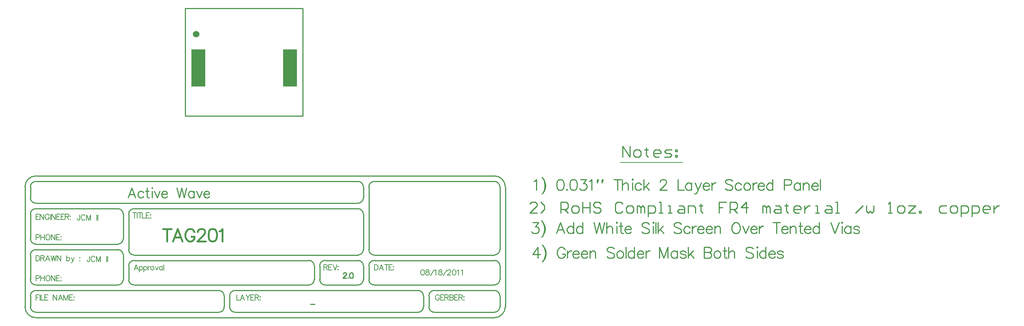
<source format=gbp>
%FSLAX25Y25*%
%MOIN*%
G70*
G01*
G75*
G04 Layer_Color=128*
%ADD10R,0.03000X0.03000*%
%ADD11C,0.05000*%
%ADD12R,0.01550X0.05000*%
G04:AMPARAMS|DCode=13|XSize=39.37mil|YSize=9.84mil|CornerRadius=2.46mil|HoleSize=0mil|Usage=FLASHONLY|Rotation=0.000|XOffset=0mil|YOffset=0mil|HoleType=Round|Shape=RoundedRectangle|*
%AMROUNDEDRECTD13*
21,1,0.03937,0.00492,0,0,0.0*
21,1,0.03445,0.00984,0,0,0.0*
1,1,0.00492,0.01722,-0.00246*
1,1,0.00492,-0.01722,-0.00246*
1,1,0.00492,-0.01722,0.00246*
1,1,0.00492,0.01722,0.00246*
%
%ADD13ROUNDEDRECTD13*%
G04:AMPARAMS|DCode=14|XSize=39.37mil|YSize=9.84mil|CornerRadius=2.46mil|HoleSize=0mil|Usage=FLASHONLY|Rotation=90.000|XOffset=0mil|YOffset=0mil|HoleType=Round|Shape=RoundedRectangle|*
%AMROUNDEDRECTD14*
21,1,0.03937,0.00492,0,0,90.0*
21,1,0.03445,0.00984,0,0,90.0*
1,1,0.00492,0.00246,0.01722*
1,1,0.00492,0.00246,-0.01722*
1,1,0.00492,-0.00246,-0.01722*
1,1,0.00492,-0.00246,0.01722*
%
%ADD14ROUNDEDRECTD14*%
G04:AMPARAMS|DCode=15|XSize=25.59mil|YSize=9.84mil|CornerRadius=0mil|HoleSize=0mil|Usage=FLASHONLY|Rotation=90.000|XOffset=0mil|YOffset=0mil|HoleType=Round|Shape=Octagon|*
%AMOCTAGOND15*
4,1,8,0.00246,0.01280,-0.00246,0.01280,-0.00492,0.01034,-0.00492,-0.01034,-0.00246,-0.01280,0.00246,-0.01280,0.00492,-0.01034,0.00492,0.01034,0.00246,0.01280,0.0*
%
%ADD15OCTAGOND15*%

G04:AMPARAMS|DCode=16|XSize=25.59mil|YSize=9.84mil|CornerRadius=0mil|HoleSize=0mil|Usage=FLASHONLY|Rotation=180.000|XOffset=0mil|YOffset=0mil|HoleType=Round|Shape=Octagon|*
%AMOCTAGOND16*
4,1,8,-0.01280,0.00246,-0.01280,-0.00246,-0.01034,-0.00492,0.01034,-0.00492,0.01280,-0.00246,0.01280,0.00246,0.01034,0.00492,-0.01034,0.00492,-0.01280,0.00246,0.0*
%
%ADD16OCTAGOND16*%

%ADD17C,0.01000*%
%ADD18C,0.00800*%
%ADD19C,0.01200*%
%ADD20C,0.02000*%
%ADD21C,0.00500*%
%ADD22C,0.01500*%
%ADD23C,0.00900*%
%ADD24C,0.05200*%
%ADD25R,0.04000X0.06200*%
%ADD26O,0.04000X0.06200*%
%ADD27C,0.05500*%
%ADD28C,0.02600*%
%ADD29R,0.13000X0.34000*%
%ADD30C,0.06000*%
%ADD31C,0.07000*%
%ADD32R,0.03800X0.03800*%
%ADD33C,0.05800*%
%ADD34R,0.01850X0.05300*%
G04:AMPARAMS|DCode=35|XSize=43.37mil|YSize=13.84mil|CornerRadius=4.46mil|HoleSize=0mil|Usage=FLASHONLY|Rotation=0.000|XOffset=0mil|YOffset=0mil|HoleType=Round|Shape=RoundedRectangle|*
%AMROUNDEDRECTD35*
21,1,0.04337,0.00492,0,0,0.0*
21,1,0.03445,0.01384,0,0,0.0*
1,1,0.00892,0.01722,-0.00246*
1,1,0.00892,-0.01722,-0.00246*
1,1,0.00892,-0.01722,0.00246*
1,1,0.00892,0.01722,0.00246*
%
%ADD35ROUNDEDRECTD35*%
G04:AMPARAMS|DCode=36|XSize=43.37mil|YSize=13.84mil|CornerRadius=4.46mil|HoleSize=0mil|Usage=FLASHONLY|Rotation=90.000|XOffset=0mil|YOffset=0mil|HoleType=Round|Shape=RoundedRectangle|*
%AMROUNDEDRECTD36*
21,1,0.04337,0.00492,0,0,90.0*
21,1,0.03445,0.01384,0,0,90.0*
1,1,0.00892,0.00246,0.01722*
1,1,0.00892,0.00246,-0.01722*
1,1,0.00892,-0.00246,-0.01722*
1,1,0.00892,-0.00246,0.01722*
%
%ADD36ROUNDEDRECTD36*%
G04:AMPARAMS|DCode=37|XSize=29.19mil|YSize=13.44mil|CornerRadius=0mil|HoleSize=0mil|Usage=FLASHONLY|Rotation=90.000|XOffset=0mil|YOffset=0mil|HoleType=Round|Shape=Octagon|*
%AMOCTAGOND37*
4,1,8,0.00336,0.01460,-0.00336,0.01460,-0.00672,0.01124,-0.00672,-0.01124,-0.00336,-0.01460,0.00336,-0.01460,0.00672,-0.01124,0.00672,0.01124,0.00336,0.01460,0.0*
%
%ADD37OCTAGOND37*%

G04:AMPARAMS|DCode=38|XSize=29.19mil|YSize=13.44mil|CornerRadius=0mil|HoleSize=0mil|Usage=FLASHONLY|Rotation=180.000|XOffset=0mil|YOffset=0mil|HoleType=Round|Shape=Octagon|*
%AMOCTAGOND38*
4,1,8,-0.01460,0.00336,-0.01460,-0.00336,-0.01124,-0.00672,0.01124,-0.00672,0.01460,-0.00336,0.01460,0.00336,0.01124,0.00672,-0.01124,0.00672,-0.01460,0.00336,0.0*
%
%ADD38OCTAGOND38*%

%ADD39R,0.04400X0.06600*%
%ADD40O,0.04400X0.06600*%
%ADD41C,0.06300*%
%ADD42C,0.08000*%
%ADD43R,0.13800X0.34800*%
D17*
X0Y98803D02*
X107753D01*
Y-100D02*
Y98803D01*
X114695Y-172498D02*
X118632D01*
X0Y-100D02*
Y98800D01*
Y-100D02*
X107753D01*
X288306Y-137340D02*
G03*
X283406Y-132440I-4900J0D01*
G01*
X173240Y-132514D02*
G03*
X168240Y-137514I0J-5000D01*
G01*
X283306Y-127440D02*
G03*
X288306Y-122440I0J5000D01*
G01*
X168240Y-122514D02*
G03*
X173240Y-127514I5000J0D01*
G01*
X-136760Y-55014D02*
G03*
X-146760Y-65014I0J-10000D01*
G01*
Y-174914D02*
G03*
X-136837Y-185012I10100J0D01*
G01*
X293238Y-64957D02*
G03*
X283238Y-54957I-10000J0D01*
G01*
X288238Y-64857D02*
G03*
X283167Y-59960I-4900J0D01*
G01*
X283306Y-154940D02*
G03*
X288306Y-149940I0J5000D01*
G01*
X288240Y-164927D02*
G03*
X283240Y-160013I-5000J-87D01*
G01*
X158240Y-155014D02*
G03*
X163240Y-150014I0J5000D01*
G01*
X168240Y-150114D02*
G03*
X173225Y-155013I4900J0D01*
G01*
X163240Y-137414D02*
G03*
X158340Y-132514I-4900J0D01*
G01*
X-141760Y-175014D02*
G03*
X-136848Y-180013I5000J0D01*
G01*
X158327Y-127514D02*
G03*
X163241Y-122514I-87J5000D01*
G01*
X-136760Y-160014D02*
G03*
X-141760Y-165014I0J-5000D01*
G01*
X163240Y-90014D02*
G03*
X158240Y-85014I-5000J0D01*
G01*
Y-80014D02*
G03*
X163240Y-75014I0J5000D01*
G01*
X173240Y-60014D02*
G03*
X168240Y-65014I0J-5000D01*
G01*
X163240Y-65014D02*
G03*
X158240Y-60014I-5000J0D01*
G01*
X-136760Y-60014D02*
G03*
X-141760Y-65014I0J-5000D01*
G01*
Y-75014D02*
G03*
X-136760Y-80014I5000J0D01*
G01*
Y-85014D02*
G03*
X-141760Y-90014I0J-5000D01*
G01*
Y-112514D02*
G03*
X-136760Y-117514I5000J0D01*
G01*
Y-122514D02*
G03*
X-141760Y-127514I0J-5000D01*
G01*
X-141760Y-150014D02*
G03*
X-136848Y-155013I5000J0D01*
G01*
X-46760Y-85014D02*
G03*
X-51760Y-90014I0J-5000D01*
G01*
X-46760Y-132514D02*
G03*
X-51760Y-137514I0J-5000D01*
G01*
X128040Y-132514D02*
G03*
X123246Y-137565I0J-4800D01*
G01*
X123240Y-149914D02*
G03*
X128251Y-155013I5100J0D01*
G01*
X113340Y-155014D02*
G03*
X118239Y-150029I0J4900D01*
G01*
X118240Y-137414D02*
G03*
X113340Y-132514I-4900J0D01*
G01*
X-61660Y-155014D02*
G03*
X-56760Y-150114I0J4900D01*
G01*
X-51760D02*
G03*
X-46860Y-155014I4900J0D01*
G01*
X-51760Y-122614D02*
G03*
X-46860Y-127514I4900J0D01*
G01*
X-56760Y-127414D02*
G03*
X-61831Y-122517I-4900J0D01*
G01*
X-61560Y-117514D02*
G03*
X-56760Y-112714I0J4800D01*
G01*
Y-89914D02*
G03*
X-61660Y-85014I-4900J0D01*
G01*
X228240Y-160014D02*
G03*
X223240Y-165014I0J-5000D01*
G01*
Y-175114D02*
G03*
X228225Y-180013I4900J0D01*
G01*
X213356Y-180014D02*
G03*
X218238Y-175047I84J4800D01*
G01*
X218240Y-165014D02*
G03*
X213240Y-160014I-5000J0D01*
G01*
X40740Y-175014D02*
G03*
X45652Y-180013I5000J0D01*
G01*
X45740Y-160014D02*
G03*
X40740Y-165014I0J-5000D01*
G01*
X30856Y-180014D02*
G03*
X35738Y-175047I84J4800D01*
G01*
X35740Y-165014D02*
G03*
X30740Y-160014I-5000J0D01*
G01*
X283240Y-180014D02*
G03*
X288240Y-175014I0J5000D01*
G01*
X283240Y-185014D02*
G03*
X293240Y-175014I0J10000D01*
G01*
X45740Y-180014D02*
X213240D01*
X-136760Y-180014D02*
X30740D01*
X-136760Y-160014D02*
X30740D01*
X45740D02*
X213240D01*
X228240Y-180014D02*
X283240D01*
X228240Y-160014D02*
X283240D01*
X-136760Y-60014D02*
X158240D01*
X-136760Y-185014D02*
X283240D01*
X-136760Y-155014D02*
X-61760D01*
X-136760Y-122514D02*
X-61760D01*
X-136760Y-117514D02*
X-61760D01*
X-136760Y-85014D02*
X-61760D01*
X-136760Y-80014D02*
X158240D01*
X-46760Y-85014D02*
X158240D01*
X-46760Y-132514D02*
X113240D01*
X-46760Y-155014D02*
X113240D01*
X128240D02*
X158240D01*
X128240Y-132514D02*
X158240D01*
X173240Y-155014D02*
X283240D01*
X173240Y-60014D02*
X283240D01*
X-46760Y-127514D02*
X158240D01*
X173240D02*
X283240D01*
X173240Y-132514D02*
X283240D01*
X35740Y-175014D02*
Y-165014D01*
X40740Y-175014D02*
Y-165014D01*
X218240Y-175014D02*
Y-165014D01*
X223240Y-175014D02*
Y-165014D01*
X293240Y-175014D02*
Y-65014D01*
X-141760Y-150014D02*
Y-127514D01*
X-56760Y-150014D02*
Y-127514D01*
X-141760Y-112514D02*
Y-90014D01*
X-56760Y-112514D02*
Y-90014D01*
X-141760Y-75014D02*
Y-65014D01*
X163240Y-75014D02*
Y-65014D01*
Y-122514D02*
Y-90014D01*
X-51760Y-122514D02*
Y-90014D01*
X118240Y-150014D02*
Y-137514D01*
X-51760Y-150014D02*
Y-137514D01*
X123240Y-150014D02*
Y-137514D01*
X163240Y-150014D02*
Y-137514D01*
X-141760Y-175014D02*
Y-165014D01*
X-146760Y-175014D02*
Y-65014D01*
X168240Y-122514D02*
Y-65014D01*
X288240Y-122514D02*
Y-65014D01*
X168240Y-150014D02*
Y-137514D01*
X288306Y-149940D02*
Y-137340D01*
X-136760Y-55014D02*
X283240D01*
X288240Y-175014D02*
Y-165014D01*
X323027Y-120328D02*
X318266Y-126993D01*
X325408D01*
X323027Y-120328D02*
Y-130326D01*
X327169Y-118424D02*
X328121Y-119376D01*
X329073Y-120804D01*
X330026Y-122709D01*
X330502Y-125089D01*
Y-126993D01*
X330026Y-129374D01*
X329073Y-131278D01*
X328121Y-132706D01*
X327169Y-133659D01*
X328121Y-119376D02*
X329073Y-121280D01*
X329549Y-122709D01*
X330026Y-125089D01*
Y-126993D01*
X329549Y-129374D01*
X329073Y-130802D01*
X328121Y-132706D01*
X347926Y-122709D02*
X347450Y-121756D01*
X346498Y-120804D01*
X345546Y-120328D01*
X343642D01*
X342689Y-120804D01*
X341737Y-121756D01*
X341261Y-122709D01*
X340785Y-124137D01*
Y-126517D01*
X341261Y-127945D01*
X341737Y-128898D01*
X342689Y-129850D01*
X343642Y-130326D01*
X345546D01*
X346498Y-129850D01*
X347450Y-128898D01*
X347926Y-127945D01*
Y-126517D01*
X345546D02*
X347926D01*
X350212Y-123661D02*
Y-130326D01*
Y-126517D02*
X350688Y-125089D01*
X351640Y-124137D01*
X352592Y-123661D01*
X354020D01*
X354925Y-126517D02*
X360638D01*
Y-125565D01*
X360162Y-124613D01*
X359686Y-124137D01*
X358734Y-123661D01*
X357305D01*
X356353Y-124137D01*
X355401Y-125089D01*
X354925Y-126517D01*
Y-127470D01*
X355401Y-128898D01*
X356353Y-129850D01*
X357305Y-130326D01*
X358734D01*
X359686Y-129850D01*
X360638Y-128898D01*
X362780Y-126517D02*
X368494D01*
Y-125565D01*
X368017Y-124613D01*
X367541Y-124137D01*
X366589Y-123661D01*
X365161D01*
X364209Y-124137D01*
X363257Y-125089D01*
X362780Y-126517D01*
Y-127470D01*
X363257Y-128898D01*
X364209Y-129850D01*
X365161Y-130326D01*
X366589D01*
X367541Y-129850D01*
X368494Y-128898D01*
X370636Y-123661D02*
Y-130326D01*
Y-125565D02*
X372064Y-124137D01*
X373016Y-123661D01*
X374445D01*
X375397Y-124137D01*
X375873Y-125565D01*
Y-130326D01*
X393012Y-121756D02*
X392060Y-120804D01*
X390632Y-120328D01*
X388727D01*
X387299Y-120804D01*
X386347Y-121756D01*
Y-122709D01*
X386823Y-123661D01*
X387299Y-124137D01*
X388251Y-124613D01*
X391108Y-125565D01*
X392060Y-126041D01*
X392536Y-126517D01*
X393012Y-127470D01*
Y-128898D01*
X392060Y-129850D01*
X390632Y-130326D01*
X388727D01*
X387299Y-129850D01*
X386347Y-128898D01*
X397630Y-123661D02*
X396678Y-124137D01*
X395726Y-125089D01*
X395250Y-126517D01*
Y-127470D01*
X395726Y-128898D01*
X396678Y-129850D01*
X397630Y-130326D01*
X399058D01*
X400010Y-129850D01*
X400963Y-128898D01*
X401439Y-127470D01*
Y-126517D01*
X400963Y-125089D01*
X400010Y-124137D01*
X399058Y-123661D01*
X397630D01*
X403629Y-120328D02*
Y-130326D01*
X411437Y-120328D02*
Y-130326D01*
Y-125089D02*
X410485Y-124137D01*
X409532Y-123661D01*
X408104D01*
X407152Y-124137D01*
X406200Y-125089D01*
X405724Y-126517D01*
Y-127470D01*
X406200Y-128898D01*
X407152Y-129850D01*
X408104Y-130326D01*
X409532D01*
X410485Y-129850D01*
X411437Y-128898D01*
X414103Y-126517D02*
X419816D01*
Y-125565D01*
X419340Y-124613D01*
X418864Y-124137D01*
X417911Y-123661D01*
X416483D01*
X415531Y-124137D01*
X414579Y-125089D01*
X414103Y-126517D01*
Y-127470D01*
X414579Y-128898D01*
X415531Y-129850D01*
X416483Y-130326D01*
X417911D01*
X418864Y-129850D01*
X419816Y-128898D01*
X421958Y-123661D02*
Y-130326D01*
Y-126517D02*
X422434Y-125089D01*
X423386Y-124137D01*
X424339Y-123661D01*
X425767D01*
X434527Y-120328D02*
Y-130326D01*
Y-120328D02*
X438336Y-130326D01*
X442144Y-120328D02*
X438336Y-130326D01*
X442144Y-120328D02*
Y-130326D01*
X450714Y-123661D02*
Y-130326D01*
Y-125089D02*
X449762Y-124137D01*
X448810Y-123661D01*
X447381D01*
X446429Y-124137D01*
X445477Y-125089D01*
X445001Y-126517D01*
Y-127470D01*
X445477Y-128898D01*
X446429Y-129850D01*
X447381Y-130326D01*
X448810D01*
X449762Y-129850D01*
X450714Y-128898D01*
X458617Y-125089D02*
X458141Y-124137D01*
X456713Y-123661D01*
X455284D01*
X453856Y-124137D01*
X453380Y-125089D01*
X453856Y-126041D01*
X454808Y-126517D01*
X457189Y-126993D01*
X458141Y-127470D01*
X458617Y-128422D01*
Y-128898D01*
X458141Y-129850D01*
X456713Y-130326D01*
X455284D01*
X453856Y-129850D01*
X453380Y-128898D01*
X460712Y-120328D02*
Y-130326D01*
X465473Y-123661D02*
X460712Y-128422D01*
X462616Y-126517D02*
X465949Y-130326D01*
X475375Y-120328D02*
Y-130326D01*
Y-120328D02*
X479660D01*
X481088Y-120804D01*
X481565Y-121280D01*
X482041Y-122232D01*
Y-123185D01*
X481565Y-124137D01*
X481088Y-124613D01*
X479660Y-125089D01*
X475375D02*
X479660D01*
X481088Y-125565D01*
X481565Y-126041D01*
X482041Y-126993D01*
Y-128422D01*
X481565Y-129374D01*
X481088Y-129850D01*
X479660Y-130326D01*
X475375D01*
X486659Y-123661D02*
X485707Y-124137D01*
X484754Y-125089D01*
X484278Y-126517D01*
Y-127470D01*
X484754Y-128898D01*
X485707Y-129850D01*
X486659Y-130326D01*
X488087D01*
X489039Y-129850D01*
X489991Y-128898D01*
X490467Y-127470D01*
Y-126517D01*
X489991Y-125089D01*
X489039Y-124137D01*
X488087Y-123661D01*
X486659D01*
X494086Y-120328D02*
Y-128422D01*
X494562Y-129850D01*
X495514Y-130326D01*
X496466D01*
X492657Y-123661D02*
X495990D01*
X497894Y-120328D02*
Y-130326D01*
Y-125565D02*
X499323Y-124137D01*
X500275Y-123661D01*
X501703D01*
X502655Y-124137D01*
X503131Y-125565D01*
Y-130326D01*
X520270Y-121756D02*
X519318Y-120804D01*
X517890Y-120328D01*
X515986D01*
X514557Y-120804D01*
X513605Y-121756D01*
Y-122709D01*
X514081Y-123661D01*
X514557Y-124137D01*
X515510Y-124613D01*
X518366Y-125565D01*
X519318Y-126041D01*
X519794Y-126517D01*
X520270Y-127470D01*
Y-128898D01*
X519318Y-129850D01*
X517890Y-130326D01*
X515986D01*
X514557Y-129850D01*
X513605Y-128898D01*
X523460Y-120328D02*
X523936Y-120804D01*
X524412Y-120328D01*
X523936Y-119852D01*
X523460Y-120328D01*
X523936Y-123661D02*
Y-130326D01*
X531887Y-120328D02*
Y-130326D01*
Y-125089D02*
X530935Y-124137D01*
X529983Y-123661D01*
X528554D01*
X527602Y-124137D01*
X526650Y-125089D01*
X526174Y-126517D01*
Y-127470D01*
X526650Y-128898D01*
X527602Y-129850D01*
X528554Y-130326D01*
X529983D01*
X530935Y-129850D01*
X531887Y-128898D01*
X534553Y-126517D02*
X540266D01*
Y-125565D01*
X539790Y-124613D01*
X539314Y-124137D01*
X538362Y-123661D01*
X536934D01*
X535981Y-124137D01*
X535029Y-125089D01*
X534553Y-126517D01*
Y-127470D01*
X535029Y-128898D01*
X535981Y-129850D01*
X536934Y-130326D01*
X538362D01*
X539314Y-129850D01*
X540266Y-128898D01*
X547646Y-125089D02*
X547169Y-124137D01*
X545741Y-123661D01*
X544313D01*
X542885Y-124137D01*
X542409Y-125089D01*
X542885Y-126041D01*
X543837Y-126517D01*
X546217Y-126993D01*
X547169Y-127470D01*
X547646Y-128422D01*
Y-128898D01*
X547169Y-129850D01*
X545741Y-130326D01*
X544313D01*
X542885Y-129850D01*
X542409Y-128898D01*
X400874Y-37626D02*
Y-27629D01*
X407538Y-37626D01*
Y-27629D01*
X412537Y-37626D02*
X415869D01*
X417535Y-35960D01*
Y-32628D01*
X415869Y-30962D01*
X412537D01*
X410871Y-32628D01*
Y-35960D01*
X412537Y-37626D01*
X422533Y-29295D02*
Y-30962D01*
X420867D01*
X424199D01*
X422533D01*
Y-35960D01*
X424199Y-37626D01*
X434196D02*
X430864D01*
X429198Y-35960D01*
Y-32628D01*
X430864Y-30962D01*
X434196D01*
X435862Y-32628D01*
Y-34294D01*
X429198D01*
X439195Y-37626D02*
X444193D01*
X445859Y-35960D01*
X444193Y-34294D01*
X440861D01*
X439195Y-32628D01*
X440861Y-30962D01*
X445859D01*
X449192D02*
X450858D01*
Y-32628D01*
X449192D01*
Y-30962D01*
Y-35960D02*
X450858D01*
Y-37626D01*
X449192D01*
Y-35960D01*
X319372Y-60042D02*
X320324Y-59566D01*
X321753Y-58138D01*
Y-68135D01*
X326704Y-56233D02*
X327656Y-57185D01*
X328608Y-58614D01*
X329560Y-60518D01*
X330037Y-62898D01*
Y-64803D01*
X329560Y-67183D01*
X328608Y-69087D01*
X327656Y-70516D01*
X326704Y-71468D01*
X327656Y-57185D02*
X328608Y-59090D01*
X329084Y-60518D01*
X329560Y-62898D01*
Y-64803D01*
X329084Y-67183D01*
X328608Y-68611D01*
X327656Y-70516D01*
X343177Y-58138D02*
X341748Y-58614D01*
X340796Y-60042D01*
X340320Y-62422D01*
Y-63850D01*
X340796Y-66231D01*
X341748Y-67659D01*
X343177Y-68135D01*
X344129D01*
X345557Y-67659D01*
X346509Y-66231D01*
X346985Y-63850D01*
Y-62422D01*
X346509Y-60042D01*
X345557Y-58614D01*
X344129Y-58138D01*
X343177D01*
X349699Y-67183D02*
X349223Y-67659D01*
X349699Y-68135D01*
X350175Y-67659D01*
X349699Y-67183D01*
X355222Y-58138D02*
X353793Y-58614D01*
X352841Y-60042D01*
X352365Y-62422D01*
Y-63850D01*
X352841Y-66231D01*
X353793Y-67659D01*
X355222Y-68135D01*
X356174D01*
X357602Y-67659D01*
X358554Y-66231D01*
X359030Y-63850D01*
Y-62422D01*
X358554Y-60042D01*
X357602Y-58614D01*
X356174Y-58138D01*
X355222D01*
X362220D02*
X367457D01*
X364601Y-61946D01*
X366029D01*
X366981Y-62422D01*
X367457Y-62898D01*
X367933Y-64327D01*
Y-65279D01*
X367457Y-66707D01*
X366505Y-67659D01*
X365077Y-68135D01*
X363648D01*
X362220Y-67659D01*
X361744Y-67183D01*
X361268Y-66231D01*
X370171Y-60042D02*
X371123Y-59566D01*
X372551Y-58138D01*
Y-68135D01*
X377979Y-58138D02*
X377503Y-58614D01*
Y-61470D01*
X377979Y-58614D02*
X377503Y-61470D01*
X377979Y-58138D02*
X378455Y-58614D01*
X377503Y-61470D01*
X382263Y-58138D02*
X381787Y-58614D01*
Y-61470D01*
X382263Y-58614D02*
X381787Y-61470D01*
X382263Y-58138D02*
X382740Y-58614D01*
X381787Y-61470D01*
X396022Y-58138D02*
Y-68135D01*
X392690Y-58138D02*
X399355D01*
X400545D02*
Y-68135D01*
Y-63374D02*
X401973Y-61946D01*
X402926Y-61470D01*
X404354D01*
X405306Y-61946D01*
X405782Y-63374D01*
Y-68135D01*
X409353Y-58138D02*
X409829Y-58614D01*
X410305Y-58138D01*
X409829Y-57661D01*
X409353Y-58138D01*
X409829Y-61470D02*
Y-68135D01*
X417780Y-62898D02*
X416827Y-61946D01*
X415875Y-61470D01*
X414447D01*
X413495Y-61946D01*
X412543Y-62898D01*
X412067Y-64327D01*
Y-65279D01*
X412543Y-66707D01*
X413495Y-67659D01*
X414447Y-68135D01*
X415875D01*
X416827Y-67659D01*
X417780Y-66707D01*
X419922Y-58138D02*
Y-68135D01*
X424683Y-61470D02*
X419922Y-66231D01*
X421826Y-64327D02*
X425159Y-68135D01*
X435062Y-60518D02*
Y-60042D01*
X435538Y-59090D01*
X436014Y-58614D01*
X436966Y-58138D01*
X438870D01*
X439823Y-58614D01*
X440299Y-59090D01*
X440775Y-60042D01*
Y-60994D01*
X440299Y-61946D01*
X439347Y-63374D01*
X434586Y-68135D01*
X441251D01*
X451344Y-58138D02*
Y-68135D01*
X457057D01*
X463865Y-61470D02*
Y-68135D01*
Y-62898D02*
X462913Y-61946D01*
X461961Y-61470D01*
X460532D01*
X459580Y-61946D01*
X458628Y-62898D01*
X458152Y-64327D01*
Y-65279D01*
X458628Y-66707D01*
X459580Y-67659D01*
X460532Y-68135D01*
X461961D01*
X462913Y-67659D01*
X463865Y-66707D01*
X467007Y-61470D02*
X469864Y-68135D01*
X472720Y-61470D02*
X469864Y-68135D01*
X468912Y-70040D01*
X467959Y-70992D01*
X467007Y-71468D01*
X466531D01*
X474387Y-64327D02*
X480100D01*
Y-63374D01*
X479624Y-62422D01*
X479147Y-61946D01*
X478195Y-61470D01*
X476767D01*
X475815Y-61946D01*
X474863Y-62898D01*
X474387Y-64327D01*
Y-65279D01*
X474863Y-66707D01*
X475815Y-67659D01*
X476767Y-68135D01*
X478195D01*
X479147Y-67659D01*
X480100Y-66707D01*
X482242Y-61470D02*
Y-68135D01*
Y-64327D02*
X482718Y-62898D01*
X483670Y-61946D01*
X484622Y-61470D01*
X486051D01*
X501476Y-59566D02*
X500524Y-58614D01*
X499096Y-58138D01*
X497191D01*
X495763Y-58614D01*
X494811Y-59566D01*
Y-60518D01*
X495287Y-61470D01*
X495763Y-61946D01*
X496715Y-62422D01*
X499572Y-63374D01*
X500524Y-63850D01*
X501000Y-64327D01*
X501476Y-65279D01*
Y-66707D01*
X500524Y-67659D01*
X499096Y-68135D01*
X497191D01*
X495763Y-67659D01*
X494811Y-66707D01*
X509427Y-62898D02*
X508474Y-61946D01*
X507522Y-61470D01*
X506094D01*
X505142Y-61946D01*
X504190Y-62898D01*
X503714Y-64327D01*
Y-65279D01*
X504190Y-66707D01*
X505142Y-67659D01*
X506094Y-68135D01*
X507522D01*
X508474Y-67659D01*
X509427Y-66707D01*
X513949Y-61470D02*
X512997Y-61946D01*
X512045Y-62898D01*
X511569Y-64327D01*
Y-65279D01*
X512045Y-66707D01*
X512997Y-67659D01*
X513949Y-68135D01*
X515378D01*
X516330Y-67659D01*
X517282Y-66707D01*
X517758Y-65279D01*
Y-64327D01*
X517282Y-62898D01*
X516330Y-61946D01*
X515378Y-61470D01*
X513949D01*
X519948D02*
Y-68135D01*
Y-64327D02*
X520424Y-62898D01*
X521377Y-61946D01*
X522329Y-61470D01*
X523757D01*
X524661Y-64327D02*
X530375D01*
Y-63374D01*
X529899Y-62422D01*
X529422Y-61946D01*
X528470Y-61470D01*
X527042D01*
X526090Y-61946D01*
X525138Y-62898D01*
X524661Y-64327D01*
Y-65279D01*
X525138Y-66707D01*
X526090Y-67659D01*
X527042Y-68135D01*
X528470D01*
X529422Y-67659D01*
X530375Y-66707D01*
X538230Y-58138D02*
Y-68135D01*
Y-62898D02*
X537278Y-61946D01*
X536326Y-61470D01*
X534898D01*
X533945Y-61946D01*
X532993Y-62898D01*
X532517Y-64327D01*
Y-65279D01*
X532993Y-66707D01*
X533945Y-67659D01*
X534898Y-68135D01*
X536326D01*
X537278Y-67659D01*
X538230Y-66707D01*
X548752Y-63374D02*
X553036D01*
X554465Y-62898D01*
X554941Y-62422D01*
X555417Y-61470D01*
Y-60042D01*
X554941Y-59090D01*
X554465Y-58614D01*
X553036Y-58138D01*
X548752D01*
Y-68135D01*
X563368Y-61470D02*
Y-68135D01*
Y-62898D02*
X562415Y-61946D01*
X561463Y-61470D01*
X560035D01*
X559083Y-61946D01*
X558131Y-62898D01*
X557654Y-64327D01*
Y-65279D01*
X558131Y-66707D01*
X559083Y-67659D01*
X560035Y-68135D01*
X561463D01*
X562415Y-67659D01*
X563368Y-66707D01*
X566034Y-61470D02*
Y-68135D01*
Y-63374D02*
X567462Y-61946D01*
X568414Y-61470D01*
X569842D01*
X570794Y-61946D01*
X571271Y-63374D01*
Y-68135D01*
X573889Y-64327D02*
X579602D01*
Y-63374D01*
X579126Y-62422D01*
X578650Y-61946D01*
X577698Y-61470D01*
X576269D01*
X575317Y-61946D01*
X574365Y-62898D01*
X573889Y-64327D01*
Y-65279D01*
X574365Y-66707D01*
X575317Y-67659D01*
X576269Y-68135D01*
X577698D01*
X578650Y-67659D01*
X579602Y-66707D01*
X581745Y-58138D02*
Y-68135D01*
X318352Y-97802D02*
X323589D01*
X320733Y-101611D01*
X322161D01*
X323113Y-102087D01*
X323589Y-102563D01*
X324065Y-103991D01*
Y-104944D01*
X323589Y-106372D01*
X322637Y-107324D01*
X321209Y-107800D01*
X319780D01*
X318352Y-107324D01*
X317876Y-106848D01*
X317400Y-105896D01*
X326303Y-95898D02*
X327255Y-96850D01*
X328207Y-98278D01*
X329159Y-100183D01*
X329636Y-102563D01*
Y-104467D01*
X329159Y-106848D01*
X328207Y-108752D01*
X327255Y-110180D01*
X326303Y-111133D01*
X327255Y-96850D02*
X328207Y-98754D01*
X328683Y-100183D01*
X329159Y-102563D01*
Y-104467D01*
X328683Y-106848D01*
X328207Y-108276D01*
X327255Y-110180D01*
X347536Y-107800D02*
X343728Y-97802D01*
X339919Y-107800D01*
X341347Y-104467D02*
X346108D01*
X355582Y-97802D02*
Y-107800D01*
Y-102563D02*
X354630Y-101611D01*
X353678Y-101135D01*
X352250D01*
X351297Y-101611D01*
X350345Y-102563D01*
X349869Y-103991D01*
Y-104944D01*
X350345Y-106372D01*
X351297Y-107324D01*
X352250Y-107800D01*
X353678D01*
X354630Y-107324D01*
X355582Y-106372D01*
X363962Y-97802D02*
Y-107800D01*
Y-102563D02*
X363009Y-101611D01*
X362057Y-101135D01*
X360629D01*
X359677Y-101611D01*
X358724Y-102563D01*
X358248Y-103991D01*
Y-104944D01*
X358724Y-106372D01*
X359677Y-107324D01*
X360629Y-107800D01*
X362057D01*
X363009Y-107324D01*
X363962Y-106372D01*
X374483Y-97802D02*
X376864Y-107800D01*
X379244Y-97802D02*
X376864Y-107800D01*
X379244Y-97802D02*
X381624Y-107800D01*
X384005Y-97802D02*
X381624Y-107800D01*
X386004Y-97802D02*
Y-107800D01*
Y-103039D02*
X387433Y-101611D01*
X388385Y-101135D01*
X389813D01*
X390765Y-101611D01*
X391241Y-103039D01*
Y-107800D01*
X394812Y-97802D02*
X395288Y-98278D01*
X395764Y-97802D01*
X395288Y-97326D01*
X394812Y-97802D01*
X395288Y-101135D02*
Y-107800D01*
X398954Y-97802D02*
Y-105896D01*
X399430Y-107324D01*
X400382Y-107800D01*
X401334D01*
X397526Y-101135D02*
X400858D01*
X402763Y-103991D02*
X408476D01*
Y-103039D01*
X408000Y-102087D01*
X407523Y-101611D01*
X406571Y-101135D01*
X405143D01*
X404191Y-101611D01*
X403239Y-102563D01*
X402763Y-103991D01*
Y-104944D01*
X403239Y-106372D01*
X404191Y-107324D01*
X405143Y-107800D01*
X406571D01*
X407523Y-107324D01*
X408476Y-106372D01*
X425139Y-99230D02*
X424187Y-98278D01*
X422758Y-97802D01*
X420854D01*
X419426Y-98278D01*
X418474Y-99230D01*
Y-100183D01*
X418950Y-101135D01*
X419426Y-101611D01*
X420378Y-102087D01*
X423235Y-103039D01*
X424187Y-103515D01*
X424663Y-103991D01*
X425139Y-104944D01*
Y-106372D01*
X424187Y-107324D01*
X422758Y-107800D01*
X420854D01*
X419426Y-107324D01*
X418474Y-106372D01*
X428329Y-97802D02*
X428805Y-98278D01*
X429281Y-97802D01*
X428805Y-97326D01*
X428329Y-97802D01*
X428805Y-101135D02*
Y-107800D01*
X431042Y-97802D02*
Y-107800D01*
X433137Y-97802D02*
Y-107800D01*
X437898Y-101135D02*
X433137Y-105896D01*
X435041Y-103991D02*
X438374Y-107800D01*
X454466Y-99230D02*
X453514Y-98278D01*
X452085Y-97802D01*
X450181D01*
X448753Y-98278D01*
X447801Y-99230D01*
Y-100183D01*
X448277Y-101135D01*
X448753Y-101611D01*
X449705Y-102087D01*
X452562Y-103039D01*
X453514Y-103515D01*
X453990Y-103991D01*
X454466Y-104944D01*
Y-106372D01*
X453514Y-107324D01*
X452085Y-107800D01*
X450181D01*
X448753Y-107324D01*
X447801Y-106372D01*
X462417Y-102563D02*
X461464Y-101611D01*
X460512Y-101135D01*
X459084D01*
X458132Y-101611D01*
X457180Y-102563D01*
X456704Y-103991D01*
Y-104944D01*
X457180Y-106372D01*
X458132Y-107324D01*
X459084Y-107800D01*
X460512D01*
X461464Y-107324D01*
X462417Y-106372D01*
X464559Y-101135D02*
Y-107800D01*
Y-103991D02*
X465035Y-102563D01*
X465987Y-101611D01*
X466939Y-101135D01*
X468368D01*
X469272Y-103991D02*
X474985D01*
Y-103039D01*
X474509Y-102087D01*
X474033Y-101611D01*
X473081Y-101135D01*
X471653D01*
X470701Y-101611D01*
X469748Y-102563D01*
X469272Y-103991D01*
Y-104944D01*
X469748Y-106372D01*
X470701Y-107324D01*
X471653Y-107800D01*
X473081D01*
X474033Y-107324D01*
X474985Y-106372D01*
X477128Y-103991D02*
X482841D01*
Y-103039D01*
X482365Y-102087D01*
X481889Y-101611D01*
X480936Y-101135D01*
X479508D01*
X478556Y-101611D01*
X477604Y-102563D01*
X477128Y-103991D01*
Y-104944D01*
X477604Y-106372D01*
X478556Y-107324D01*
X479508Y-107800D01*
X480936D01*
X481889Y-107324D01*
X482841Y-106372D01*
X484983Y-101135D02*
Y-107800D01*
Y-103039D02*
X486411Y-101611D01*
X487364Y-101135D01*
X488792D01*
X489744Y-101611D01*
X490220Y-103039D01*
Y-107800D01*
X503551Y-97802D02*
X502598Y-98278D01*
X501646Y-99230D01*
X501170Y-100183D01*
X500694Y-101611D01*
Y-103991D01*
X501170Y-105420D01*
X501646Y-106372D01*
X502598Y-107324D01*
X503551Y-107800D01*
X505455D01*
X506407Y-107324D01*
X507359Y-106372D01*
X507835Y-105420D01*
X508312Y-103991D01*
Y-101611D01*
X507835Y-100183D01*
X507359Y-99230D01*
X506407Y-98278D01*
X505455Y-97802D01*
X503551D01*
X510644Y-101135D02*
X513501Y-107800D01*
X516357Y-101135D02*
X513501Y-107800D01*
X517976Y-103991D02*
X523689D01*
Y-103039D01*
X523213Y-102087D01*
X522737Y-101611D01*
X521785Y-101135D01*
X520357D01*
X519404Y-101611D01*
X518452Y-102563D01*
X517976Y-103991D01*
Y-104944D01*
X518452Y-106372D01*
X519404Y-107324D01*
X520357Y-107800D01*
X521785D01*
X522737Y-107324D01*
X523689Y-106372D01*
X525832Y-101135D02*
Y-107800D01*
Y-103991D02*
X526308Y-102563D01*
X527260Y-101611D01*
X528212Y-101135D01*
X529640D01*
X541733Y-97802D02*
Y-107800D01*
X538400Y-97802D02*
X545065D01*
X546256Y-103991D02*
X551969D01*
Y-103039D01*
X551493Y-102087D01*
X551017Y-101611D01*
X550064Y-101135D01*
X548636D01*
X547684Y-101611D01*
X546732Y-102563D01*
X546256Y-103991D01*
Y-104944D01*
X546732Y-106372D01*
X547684Y-107324D01*
X548636Y-107800D01*
X550064D01*
X551017Y-107324D01*
X551969Y-106372D01*
X554111Y-101135D02*
Y-107800D01*
Y-103039D02*
X555540Y-101611D01*
X556492Y-101135D01*
X557920D01*
X558872Y-101611D01*
X559348Y-103039D01*
Y-107800D01*
X563395Y-97802D02*
Y-105896D01*
X563871Y-107324D01*
X564823Y-107800D01*
X565775D01*
X561967Y-101135D02*
X565299D01*
X567204Y-103991D02*
X572917D01*
Y-103039D01*
X572441Y-102087D01*
X571965Y-101611D01*
X571012Y-101135D01*
X569584D01*
X568632Y-101611D01*
X567680Y-102563D01*
X567204Y-103991D01*
Y-104944D01*
X567680Y-106372D01*
X568632Y-107324D01*
X569584Y-107800D01*
X571012D01*
X571965Y-107324D01*
X572917Y-106372D01*
X580772Y-97802D02*
Y-107800D01*
Y-102563D02*
X579820Y-101611D01*
X578868Y-101135D01*
X577439D01*
X576487Y-101611D01*
X575535Y-102563D01*
X575059Y-103991D01*
Y-104944D01*
X575535Y-106372D01*
X576487Y-107324D01*
X577439Y-107800D01*
X578868D01*
X579820Y-107324D01*
X580772Y-106372D01*
X591294Y-97802D02*
X595102Y-107800D01*
X598911Y-97802D02*
X595102Y-107800D01*
X601149Y-97802D02*
X601625Y-98278D01*
X602101Y-97802D01*
X601625Y-97326D01*
X601149Y-97802D01*
X601625Y-101135D02*
Y-107800D01*
X609576Y-101135D02*
Y-107800D01*
Y-102563D02*
X608623Y-101611D01*
X607671Y-101135D01*
X606243D01*
X605291Y-101611D01*
X604339Y-102563D01*
X603862Y-103991D01*
Y-104944D01*
X604339Y-106372D01*
X605291Y-107324D01*
X606243Y-107800D01*
X607671D01*
X608623Y-107324D01*
X609576Y-106372D01*
X617479Y-102563D02*
X617002Y-101611D01*
X615574Y-101135D01*
X614146D01*
X612718Y-101611D01*
X612242Y-102563D01*
X612718Y-103515D01*
X613670Y-103991D01*
X616050Y-104467D01*
X617002Y-104944D01*
X617479Y-105896D01*
Y-106372D01*
X617002Y-107324D01*
X615574Y-107800D01*
X614146D01*
X612718Y-107324D01*
X612242Y-106372D01*
X322463Y-88942D02*
X315798D01*
X322463Y-82278D01*
Y-80612D01*
X320797Y-78946D01*
X317465D01*
X315798Y-80612D01*
X325795Y-88942D02*
X329128Y-85610D01*
Y-82278D01*
X325795Y-78946D01*
X344123Y-88942D02*
Y-78946D01*
X349121D01*
X350787Y-80612D01*
Y-83944D01*
X349121Y-85610D01*
X344123D01*
X347455D02*
X350787Y-88942D01*
X355785D02*
X359118D01*
X360784Y-87276D01*
Y-83944D01*
X359118Y-82278D01*
X355785D01*
X354119Y-83944D01*
Y-87276D01*
X355785Y-88942D01*
X364116Y-78946D02*
Y-88942D01*
Y-83944D01*
X370781D01*
Y-78946D01*
Y-88942D01*
X380777Y-80612D02*
X379111Y-78946D01*
X375779D01*
X374113Y-80612D01*
Y-82278D01*
X375779Y-83944D01*
X379111D01*
X380777Y-85610D01*
Y-87276D01*
X379111Y-88942D01*
X375779D01*
X374113Y-87276D01*
X400771Y-80612D02*
X399105Y-78946D01*
X395773D01*
X394107Y-80612D01*
Y-87276D01*
X395773Y-88942D01*
X399105D01*
X400771Y-87276D01*
X405769Y-88942D02*
X409102D01*
X410768Y-87276D01*
Y-83944D01*
X409102Y-82278D01*
X405769D01*
X404103Y-83944D01*
Y-87276D01*
X405769Y-88942D01*
X414100D02*
Y-82278D01*
X415766D01*
X417432Y-83944D01*
Y-88942D01*
Y-83944D01*
X419098Y-82278D01*
X420764Y-83944D01*
Y-88942D01*
X424097Y-92275D02*
Y-82278D01*
X429095D01*
X430761Y-83944D01*
Y-87276D01*
X429095Y-88942D01*
X424097D01*
X434094D02*
X437426D01*
X435760D01*
Y-78946D01*
X434094D01*
X442424Y-88942D02*
X445756D01*
X444090D01*
Y-82278D01*
X442424D01*
X452421D02*
X455753D01*
X457419Y-83944D01*
Y-88942D01*
X452421D01*
X450755Y-87276D01*
X452421Y-85610D01*
X457419D01*
X460752Y-88942D02*
Y-82278D01*
X465750D01*
X467416Y-83944D01*
Y-88942D01*
X472414Y-80612D02*
Y-82278D01*
X470748D01*
X474081D01*
X472414D01*
Y-87276D01*
X474081Y-88942D01*
X495740Y-78946D02*
X489076D01*
Y-83944D01*
X492408D01*
X489076D01*
Y-88942D01*
X499073D02*
Y-78946D01*
X504071D01*
X505737Y-80612D01*
Y-83944D01*
X504071Y-85610D01*
X499073D01*
X502405D02*
X505737Y-88942D01*
X514068D02*
Y-78946D01*
X509069Y-83944D01*
X515734D01*
X529063Y-88942D02*
Y-82278D01*
X530729D01*
X532395Y-83944D01*
Y-88942D01*
Y-83944D01*
X534061Y-82278D01*
X535727Y-83944D01*
Y-88942D01*
X540726Y-82278D02*
X544058D01*
X545724Y-83944D01*
Y-88942D01*
X540726D01*
X539060Y-87276D01*
X540726Y-85610D01*
X545724D01*
X550723Y-80612D02*
Y-82278D01*
X549056D01*
X552389D01*
X550723D01*
Y-87276D01*
X552389Y-88942D01*
X562385D02*
X559053D01*
X557387Y-87276D01*
Y-83944D01*
X559053Y-82278D01*
X562385D01*
X564051Y-83944D01*
Y-85610D01*
X557387D01*
X567384Y-82278D02*
Y-88942D01*
Y-85610D01*
X569050Y-83944D01*
X570716Y-82278D01*
X572382D01*
X577381Y-88942D02*
X580713D01*
X579047D01*
Y-82278D01*
X577381D01*
X587377D02*
X590710D01*
X592376Y-83944D01*
Y-88942D01*
X587377D01*
X585711Y-87276D01*
X587377Y-85610D01*
X592376D01*
X595708Y-88942D02*
X599040D01*
X597374D01*
Y-78946D01*
X595708D01*
X614035Y-88942D02*
X620700Y-82278D01*
X624032D02*
Y-87276D01*
X625698Y-88942D01*
X627364Y-87276D01*
X629031Y-88942D01*
X630697Y-87276D01*
Y-82278D01*
X644026Y-88942D02*
X647358D01*
X645692D01*
Y-78946D01*
X644026Y-80612D01*
X654023Y-88942D02*
X657355D01*
X659021Y-87276D01*
Y-83944D01*
X657355Y-82278D01*
X654023D01*
X652356Y-83944D01*
Y-87276D01*
X654023Y-88942D01*
X662353Y-82278D02*
X669018D01*
X662353Y-88942D01*
X669018D01*
X672350D02*
Y-87276D01*
X674016D01*
Y-88942D01*
X672350D01*
X697342Y-82278D02*
X692343D01*
X690677Y-83944D01*
Y-87276D01*
X692343Y-88942D01*
X697342D01*
X702340D02*
X705672D01*
X707339Y-87276D01*
Y-83944D01*
X705672Y-82278D01*
X702340D01*
X700674Y-83944D01*
Y-87276D01*
X702340Y-88942D01*
X710671Y-92275D02*
Y-82278D01*
X715669D01*
X717335Y-83944D01*
Y-87276D01*
X715669Y-88942D01*
X710671D01*
X720668Y-92275D02*
Y-82278D01*
X725666D01*
X727332Y-83944D01*
Y-87276D01*
X725666Y-88942D01*
X720668D01*
X735663D02*
X732331D01*
X730664Y-87276D01*
Y-83944D01*
X732331Y-82278D01*
X735663D01*
X737329Y-83944D01*
Y-85610D01*
X730664D01*
X740661Y-82278D02*
Y-88942D01*
Y-85610D01*
X742327Y-83944D01*
X743993Y-82278D01*
X745659D01*
D18*
X217303Y-140947D02*
X216589Y-141185D01*
X216113Y-141900D01*
X215875Y-143090D01*
Y-143804D01*
X216113Y-144994D01*
X216589Y-145708D01*
X217303Y-145946D01*
X217779D01*
X218493Y-145708D01*
X218969Y-144994D01*
X219207Y-143804D01*
Y-143090D01*
X218969Y-141900D01*
X218493Y-141185D01*
X217779Y-140947D01*
X217303D01*
X221516D02*
X220802Y-141185D01*
X220564Y-141661D01*
Y-142138D01*
X220802Y-142614D01*
X221278Y-142852D01*
X222230Y-143090D01*
X222944Y-143328D01*
X223421Y-143804D01*
X223659Y-144280D01*
Y-144994D01*
X223421Y-145470D01*
X223183Y-145708D01*
X222468Y-145946D01*
X221516D01*
X220802Y-145708D01*
X220564Y-145470D01*
X220326Y-144994D01*
Y-144280D01*
X220564Y-143804D01*
X221040Y-143328D01*
X221754Y-143090D01*
X222707Y-142852D01*
X223183Y-142614D01*
X223421Y-142138D01*
Y-141661D01*
X223183Y-141185D01*
X222468Y-140947D01*
X221516D01*
X224778Y-146660D02*
X228110Y-140947D01*
X228443Y-141900D02*
X228919Y-141661D01*
X229634Y-140947D01*
Y-145946D01*
X233299Y-140947D02*
X232585Y-141185D01*
X232347Y-141661D01*
Y-142138D01*
X232585Y-142614D01*
X233061Y-142852D01*
X234014Y-143090D01*
X234728Y-143328D01*
X235204Y-143804D01*
X235442Y-144280D01*
Y-144994D01*
X235204Y-145470D01*
X234966Y-145708D01*
X234252Y-145946D01*
X233299D01*
X232585Y-145708D01*
X232347Y-145470D01*
X232109Y-144994D01*
Y-144280D01*
X232347Y-143804D01*
X232823Y-143328D01*
X233538Y-143090D01*
X234490Y-142852D01*
X234966Y-142614D01*
X235204Y-142138D01*
Y-141661D01*
X234966Y-141185D01*
X234252Y-140947D01*
X233299D01*
X236561Y-146660D02*
X239893Y-140947D01*
X240465Y-142138D02*
Y-141900D01*
X240703Y-141423D01*
X240941Y-141185D01*
X241417Y-140947D01*
X242369D01*
X242845Y-141185D01*
X243083Y-141423D01*
X243321Y-141900D01*
Y-142376D01*
X243083Y-142852D01*
X242607Y-143566D01*
X240227Y-145946D01*
X243559D01*
X246106Y-140947D02*
X245392Y-141185D01*
X244916Y-141900D01*
X244678Y-143090D01*
Y-143804D01*
X244916Y-144994D01*
X245392Y-145708D01*
X246106Y-145946D01*
X246582D01*
X247297Y-145708D01*
X247773Y-144994D01*
X248011Y-143804D01*
Y-143090D01*
X247773Y-141900D01*
X247297Y-141185D01*
X246582Y-140947D01*
X246106D01*
X249129Y-141900D02*
X249605Y-141661D01*
X250320Y-140947D01*
Y-145946D01*
X252795Y-141900D02*
X253271Y-141661D01*
X253986Y-140947D01*
Y-145946D01*
X-87520Y-128501D02*
Y-132310D01*
X-87758Y-133024D01*
X-87996Y-133262D01*
X-88472Y-133500D01*
X-88948D01*
X-89424Y-133262D01*
X-89662Y-133024D01*
X-89900Y-132310D01*
Y-131834D01*
X-82664Y-129691D02*
X-82902Y-129215D01*
X-83378Y-128739D01*
X-83854Y-128501D01*
X-84806D01*
X-85282Y-128739D01*
X-85758Y-129215D01*
X-85996Y-129691D01*
X-86234Y-130405D01*
Y-131596D01*
X-85996Y-132310D01*
X-85758Y-132786D01*
X-85282Y-133262D01*
X-84806Y-133500D01*
X-83854D01*
X-83378Y-133262D01*
X-82902Y-132786D01*
X-82664Y-132310D01*
X-81259Y-128501D02*
Y-133500D01*
Y-128501D02*
X-79355Y-133500D01*
X-77450Y-128501D02*
X-79355Y-133500D01*
X-77450Y-128501D02*
Y-133500D01*
X-72094Y-128501D02*
Y-133500D01*
X-71047Y-128501D02*
Y-133500D01*
X-96520Y-90501D02*
Y-94310D01*
X-96758Y-95024D01*
X-96996Y-95262D01*
X-97472Y-95500D01*
X-97948D01*
X-98424Y-95262D01*
X-98662Y-95024D01*
X-98900Y-94310D01*
Y-93834D01*
X-91663Y-91691D02*
X-91901Y-91215D01*
X-92378Y-90739D01*
X-92854Y-90501D01*
X-93806D01*
X-94282Y-90739D01*
X-94758Y-91215D01*
X-94996Y-91691D01*
X-95234Y-92405D01*
Y-93596D01*
X-94996Y-94310D01*
X-94758Y-94786D01*
X-94282Y-95262D01*
X-93806Y-95500D01*
X-92854D01*
X-92378Y-95262D01*
X-91901Y-94786D01*
X-91663Y-94310D01*
X-90259Y-90501D02*
Y-95500D01*
Y-90501D02*
X-88355Y-95500D01*
X-86450Y-90501D02*
X-88355Y-95500D01*
X-86450Y-90501D02*
Y-95500D01*
X-81094Y-90501D02*
Y-95500D01*
X-80047Y-90501D02*
Y-95500D01*
X398372Y-42569D02*
X455872D01*
D21*
X173240Y-136265D02*
Y-141264D01*
Y-136265D02*
X174906D01*
X175620Y-136503D01*
X176096Y-136979D01*
X176334Y-137455D01*
X176572Y-138170D01*
Y-139360D01*
X176334Y-140074D01*
X176096Y-140550D01*
X175620Y-141026D01*
X174906Y-141264D01*
X173240D01*
X181500D02*
X179595Y-136265D01*
X177691Y-141264D01*
X178405Y-139598D02*
X180786D01*
X184333Y-136265D02*
Y-141264D01*
X182666Y-136265D02*
X185999D01*
X189689D02*
X186594D01*
Y-141264D01*
X189689D01*
X186594Y-138646D02*
X188498D01*
X190760Y-137931D02*
X190522Y-138170D01*
X190760Y-138408D01*
X190998Y-138170D01*
X190760Y-137931D01*
Y-140788D02*
X190522Y-141026D01*
X190760Y-141264D01*
X190998Y-141026D01*
X190760Y-140788D01*
X126990Y-136265D02*
Y-141264D01*
Y-136265D02*
X129132D01*
X129846Y-136503D01*
X130084Y-136741D01*
X130322Y-137217D01*
Y-137693D01*
X130084Y-138170D01*
X129846Y-138408D01*
X129132Y-138646D01*
X126990D01*
X128656D02*
X130322Y-141264D01*
X134536Y-136265D02*
X131441D01*
Y-141264D01*
X134536D01*
X131441Y-138646D02*
X133345D01*
X135369Y-136265D02*
X137273Y-141264D01*
X139178Y-136265D02*
X137273Y-141264D01*
X140058Y-137931D02*
X139820Y-138170D01*
X140058Y-138408D01*
X140296Y-138170D01*
X140058Y-137931D01*
Y-140788D02*
X139820Y-141026D01*
X140058Y-141264D01*
X140296Y-141026D01*
X140058Y-140788D01*
X-136760Y-111384D02*
X-134618D01*
X-133904Y-111146D01*
X-133666Y-110907D01*
X-133428Y-110431D01*
Y-109717D01*
X-133666Y-109241D01*
X-133904Y-109003D01*
X-134618Y-108765D01*
X-136760D01*
Y-113764D01*
X-132309Y-108765D02*
Y-113764D01*
X-128976Y-108765D02*
Y-113764D01*
X-132309Y-111146D02*
X-128976D01*
X-126167Y-108765D02*
X-126644Y-109003D01*
X-127120Y-109479D01*
X-127358Y-109955D01*
X-127596Y-110670D01*
Y-111860D01*
X-127358Y-112574D01*
X-127120Y-113050D01*
X-126644Y-113526D01*
X-126167Y-113764D01*
X-125215D01*
X-124739Y-113526D01*
X-124263Y-113050D01*
X-124025Y-112574D01*
X-123787Y-111860D01*
Y-110670D01*
X-124025Y-109955D01*
X-124263Y-109479D01*
X-124739Y-109003D01*
X-125215Y-108765D01*
X-126167D01*
X-122621D02*
Y-113764D01*
Y-108765D02*
X-119288Y-113764D01*
Y-108765D02*
Y-113764D01*
X-114813Y-108765D02*
X-117907D01*
Y-113764D01*
X-114813D01*
X-117907Y-111146D02*
X-116003D01*
X-113742Y-110431D02*
X-113980Y-110670D01*
X-113742Y-110907D01*
X-113504Y-110670D01*
X-113742Y-110431D01*
Y-113288D02*
X-113980Y-113526D01*
X-113742Y-113764D01*
X-113504Y-113526D01*
X-113742Y-113288D01*
X-136760Y-148884D02*
X-134618D01*
X-133904Y-148646D01*
X-133666Y-148407D01*
X-133428Y-147931D01*
Y-147217D01*
X-133666Y-146741D01*
X-133904Y-146503D01*
X-134618Y-146265D01*
X-136760D01*
Y-151264D01*
X-132309Y-146265D02*
Y-151264D01*
X-128976Y-146265D02*
Y-151264D01*
X-132309Y-148646D02*
X-128976D01*
X-126167Y-146265D02*
X-126644Y-146503D01*
X-127120Y-146979D01*
X-127358Y-147455D01*
X-127596Y-148170D01*
Y-149360D01*
X-127358Y-150074D01*
X-127120Y-150550D01*
X-126644Y-151026D01*
X-126167Y-151264D01*
X-125215D01*
X-124739Y-151026D01*
X-124263Y-150550D01*
X-124025Y-150074D01*
X-123787Y-149360D01*
Y-148170D01*
X-124025Y-147455D01*
X-124263Y-146979D01*
X-124739Y-146503D01*
X-125215Y-146265D01*
X-126167D01*
X-122621D02*
Y-151264D01*
Y-146265D02*
X-119288Y-151264D01*
Y-146265D02*
Y-151264D01*
X-114813Y-146265D02*
X-117907D01*
Y-151264D01*
X-114813D01*
X-117907Y-148646D02*
X-116003D01*
X-113742Y-147931D02*
X-113980Y-148170D01*
X-113742Y-148407D01*
X-113504Y-148170D01*
X-113742Y-147931D01*
Y-150788D02*
X-113980Y-151026D01*
X-113742Y-151264D01*
X-113504Y-151026D01*
X-113742Y-150788D01*
X47240Y-164015D02*
Y-169014D01*
X50096D01*
X54452D02*
X52548Y-164015D01*
X50644Y-169014D01*
X51358Y-167348D02*
X53738D01*
X55619Y-164015D02*
X57523Y-166396D01*
Y-169014D01*
X59427Y-164015D02*
X57523Y-166396D01*
X63165Y-164015D02*
X60070D01*
Y-169014D01*
X63165D01*
X60070Y-166396D02*
X61975D01*
X63998Y-164015D02*
Y-169014D01*
Y-164015D02*
X66140D01*
X66854Y-164253D01*
X67093Y-164491D01*
X67330Y-164967D01*
Y-165443D01*
X67093Y-165919D01*
X66854Y-166157D01*
X66140Y-166396D01*
X63998D01*
X65664D02*
X67330Y-169014D01*
X68687Y-165681D02*
X68449Y-165919D01*
X68687Y-166157D01*
X68925Y-165919D01*
X68687Y-165681D01*
Y-168538D02*
X68449Y-168776D01*
X68687Y-169014D01*
X68925Y-168776D01*
X68687Y-168538D01*
X-133666Y-90015D02*
X-136760D01*
Y-95014D01*
X-133666D01*
X-136760Y-92396D02*
X-134856D01*
X-132833Y-90015D02*
Y-95014D01*
Y-90015D02*
X-129500Y-95014D01*
Y-90015D02*
Y-95014D01*
X-124549Y-91205D02*
X-124787Y-90729D01*
X-125263Y-90253D01*
X-125739Y-90015D01*
X-126691D01*
X-127167Y-90253D01*
X-127643Y-90729D01*
X-127881Y-91205D01*
X-128119Y-91919D01*
Y-93110D01*
X-127881Y-93824D01*
X-127643Y-94300D01*
X-127167Y-94776D01*
X-126691Y-95014D01*
X-125739D01*
X-125263Y-94776D01*
X-124787Y-94300D01*
X-124549Y-93824D01*
Y-93110D01*
X-125739D02*
X-124549D01*
X-123406Y-90015D02*
Y-95014D01*
X-122359Y-90015D02*
Y-95014D01*
Y-90015D02*
X-119026Y-95014D01*
Y-90015D02*
Y-95014D01*
X-114551Y-90015D02*
X-117645D01*
Y-95014D01*
X-114551D01*
X-117645Y-92396D02*
X-115741D01*
X-110623Y-90015D02*
X-113718D01*
Y-95014D01*
X-110623D01*
X-113718Y-92396D02*
X-111813D01*
X-109790Y-90015D02*
Y-95014D01*
Y-90015D02*
X-107648D01*
X-106933Y-90253D01*
X-106695Y-90491D01*
X-106457Y-90967D01*
Y-91443D01*
X-106695Y-91919D01*
X-106933Y-92158D01*
X-107648Y-92396D01*
X-109790D01*
X-108124D02*
X-106457Y-95014D01*
X-105101Y-91681D02*
X-105339Y-91919D01*
X-105101Y-92158D01*
X-104862Y-91919D01*
X-105101Y-91681D01*
Y-94538D02*
X-105339Y-94776D01*
X-105101Y-95014D01*
X-104862Y-94776D01*
X-105101Y-94538D01*
X-42952Y-141264D02*
X-44856Y-136265D01*
X-46760Y-141264D01*
X-46046Y-139598D02*
X-43666D01*
X-41785Y-137931D02*
Y-142930D01*
Y-138646D02*
X-41309Y-138170D01*
X-40833Y-137931D01*
X-40119D01*
X-39643Y-138170D01*
X-39167Y-138646D01*
X-38929Y-139360D01*
Y-139836D01*
X-39167Y-140550D01*
X-39643Y-141026D01*
X-40119Y-141264D01*
X-40833D01*
X-41309Y-141026D01*
X-41785Y-140550D01*
X-37858Y-137931D02*
Y-142930D01*
Y-138646D02*
X-37382Y-138170D01*
X-36905Y-137931D01*
X-36191D01*
X-35715Y-138170D01*
X-35239Y-138646D01*
X-35001Y-139360D01*
Y-139836D01*
X-35239Y-140550D01*
X-35715Y-141026D01*
X-36191Y-141264D01*
X-36905D01*
X-37382Y-141026D01*
X-37858Y-140550D01*
X-33930Y-137931D02*
Y-141264D01*
Y-139360D02*
X-33692Y-138646D01*
X-33216Y-138170D01*
X-32740Y-137931D01*
X-32026D01*
X-30383D02*
X-30859Y-138170D01*
X-31335Y-138646D01*
X-31573Y-139360D01*
Y-139836D01*
X-31335Y-140550D01*
X-30859Y-141026D01*
X-30383Y-141264D01*
X-29669D01*
X-29193Y-141026D01*
X-28717Y-140550D01*
X-28479Y-139836D01*
Y-139360D01*
X-28717Y-138646D01*
X-29193Y-138170D01*
X-29669Y-137931D01*
X-30383D01*
X-27384D02*
X-25955Y-141264D01*
X-24527Y-137931D02*
X-25955Y-141264D01*
X-20861Y-137931D02*
Y-141264D01*
Y-138646D02*
X-21337Y-138170D01*
X-21813Y-137931D01*
X-22528D01*
X-23004Y-138170D01*
X-23480Y-138646D01*
X-23718Y-139360D01*
Y-139836D01*
X-23480Y-140550D01*
X-23004Y-141026D01*
X-22528Y-141264D01*
X-21813D01*
X-21337Y-141026D01*
X-20861Y-140550D01*
X-19528Y-136265D02*
Y-141264D01*
X-46344Y-88765D02*
Y-93764D01*
X-48010Y-88765D02*
X-44678D01*
X-44083D02*
Y-93764D01*
X-41369Y-88765D02*
Y-93764D01*
X-43035Y-88765D02*
X-39703D01*
X-39107D02*
Y-93764D01*
X-36251D01*
X-32609Y-88765D02*
X-35704D01*
Y-93764D01*
X-32609D01*
X-35704Y-91146D02*
X-33799D01*
X-31538Y-90431D02*
X-31776Y-90670D01*
X-31538Y-90908D01*
X-31300Y-90670D01*
X-31538Y-90431D01*
Y-93288D02*
X-31776Y-93526D01*
X-31538Y-93764D01*
X-31300Y-93526D01*
X-31538Y-93288D01*
X-136760Y-128015D02*
Y-133014D01*
Y-128015D02*
X-135094D01*
X-134380Y-128253D01*
X-133904Y-128729D01*
X-133666Y-129205D01*
X-133428Y-129920D01*
Y-131110D01*
X-133666Y-131824D01*
X-133904Y-132300D01*
X-134380Y-132776D01*
X-135094Y-133014D01*
X-136760D01*
X-132309Y-128015D02*
Y-133014D01*
Y-128015D02*
X-130166D01*
X-129452Y-128253D01*
X-129214Y-128491D01*
X-128976Y-128967D01*
Y-129443D01*
X-129214Y-129920D01*
X-129452Y-130157D01*
X-130166Y-130396D01*
X-132309D01*
X-130643D02*
X-128976Y-133014D01*
X-124049D02*
X-125953Y-128015D01*
X-127857Y-133014D01*
X-127143Y-131348D02*
X-124763D01*
X-122882Y-128015D02*
X-121692Y-133014D01*
X-120502Y-128015D02*
X-121692Y-133014D01*
X-120502Y-128015D02*
X-119312Y-133014D01*
X-118122Y-128015D02*
X-119312Y-133014D01*
X-117122Y-128015D02*
Y-133014D01*
Y-128015D02*
X-113789Y-133014D01*
Y-128015D02*
Y-133014D01*
X-108481Y-128015D02*
Y-133014D01*
Y-130396D02*
X-108005Y-129920D01*
X-107528Y-129681D01*
X-106814D01*
X-106338Y-129920D01*
X-105862Y-130396D01*
X-105624Y-131110D01*
Y-131586D01*
X-105862Y-132300D01*
X-106338Y-132776D01*
X-106814Y-133014D01*
X-107528D01*
X-108005Y-132776D01*
X-108481Y-132300D01*
X-104315Y-129681D02*
X-102887Y-133014D01*
X-101458Y-129681D02*
X-102887Y-133014D01*
X-103363Y-133966D01*
X-103839Y-134442D01*
X-104315Y-134680D01*
X-104553D01*
X-96460Y-129681D02*
X-96697Y-129920D01*
X-96460Y-130157D01*
X-96221Y-129920D01*
X-96460Y-129681D01*
Y-132538D02*
X-96697Y-132776D01*
X-96460Y-133014D01*
X-96221Y-132776D01*
X-96460Y-132538D01*
X-136760Y-164015D02*
Y-169014D01*
Y-164015D02*
X-133666D01*
X-136760Y-166396D02*
X-134856D01*
X-133095Y-164015D02*
Y-169014D01*
X-132047Y-164015D02*
Y-169014D01*
X-129191D01*
X-125549Y-164015D02*
X-128643D01*
Y-169014D01*
X-125549D01*
X-128643Y-166396D02*
X-126739D01*
X-120788Y-164015D02*
Y-169014D01*
Y-164015D02*
X-117455Y-169014D01*
Y-164015D02*
Y-169014D01*
X-112266D02*
X-114170Y-164015D01*
X-116074Y-169014D01*
X-115360Y-167348D02*
X-112980D01*
X-111099Y-164015D02*
Y-169014D01*
Y-164015D02*
X-109195Y-169014D01*
X-107290Y-164015D02*
X-109195Y-169014D01*
X-107290Y-164015D02*
Y-169014D01*
X-102768Y-164015D02*
X-105862D01*
Y-169014D01*
X-102768D01*
X-105862Y-166396D02*
X-103958D01*
X-101697Y-165681D02*
X-101935Y-165919D01*
X-101697Y-166157D01*
X-101459Y-165919D01*
X-101697Y-165681D01*
Y-168538D02*
X-101935Y-168776D01*
X-101697Y-169014D01*
X-101459Y-168776D01*
X-101697Y-168538D01*
X232810Y-165205D02*
X232572Y-164729D01*
X232096Y-164253D01*
X231620Y-164015D01*
X230668D01*
X230192Y-164253D01*
X229716Y-164729D01*
X229478Y-165205D01*
X229240Y-165919D01*
Y-167110D01*
X229478Y-167824D01*
X229716Y-168300D01*
X230192Y-168776D01*
X230668Y-169014D01*
X231620D01*
X232096Y-168776D01*
X232572Y-168300D01*
X232810Y-167824D01*
Y-167110D01*
X231620D02*
X232810D01*
X237048Y-164015D02*
X233953D01*
Y-169014D01*
X237048D01*
X233953Y-166396D02*
X235857D01*
X237881Y-164015D02*
Y-169014D01*
Y-164015D02*
X240023D01*
X240737Y-164253D01*
X240975Y-164491D01*
X241213Y-164967D01*
Y-165443D01*
X240975Y-165919D01*
X240737Y-166157D01*
X240023Y-166396D01*
X237881D01*
X239547D02*
X241213Y-169014D01*
X242332Y-164015D02*
Y-169014D01*
Y-164015D02*
X244474D01*
X245189Y-164253D01*
X245427Y-164491D01*
X245665Y-164967D01*
Y-165443D01*
X245427Y-165919D01*
X245189Y-166157D01*
X244474Y-166396D01*
X242332D02*
X244474D01*
X245189Y-166634D01*
X245427Y-166872D01*
X245665Y-167348D01*
Y-168062D01*
X245427Y-168538D01*
X245189Y-168776D01*
X244474Y-169014D01*
X242332D01*
X249878Y-164015D02*
X246783D01*
Y-169014D01*
X249878D01*
X246783Y-166396D02*
X248688D01*
X250711Y-164015D02*
Y-169014D01*
Y-164015D02*
X252854D01*
X253568Y-164253D01*
X253806Y-164491D01*
X254044Y-164967D01*
Y-165443D01*
X253806Y-165919D01*
X253568Y-166157D01*
X252854Y-166396D01*
X250711D01*
X252378D02*
X254044Y-169014D01*
X255401Y-165681D02*
X255163Y-165919D01*
X255401Y-166157D01*
X255639Y-165919D01*
X255401Y-165681D01*
Y-168538D02*
X255163Y-168776D01*
X255401Y-169014D01*
X255639Y-168776D01*
X255401Y-168538D01*
D22*
X-16467Y-103503D02*
Y-115000D01*
X-20300Y-103503D02*
X-12635D01*
X-2506Y-115000D02*
X-6886Y-103503D01*
X-11266Y-115000D01*
X-9624Y-111168D02*
X-4149D01*
X8389Y-106240D02*
X7842Y-105145D01*
X6747Y-104050D01*
X5652Y-103503D01*
X3462D01*
X2367Y-104050D01*
X1272Y-105145D01*
X724Y-106240D01*
X177Y-107882D01*
Y-110620D01*
X724Y-112262D01*
X1272Y-113357D01*
X2367Y-114453D01*
X3462Y-115000D01*
X5652D01*
X6747Y-114453D01*
X7842Y-113357D01*
X8389Y-112262D01*
Y-110620D01*
X5652D02*
X8389D01*
X11565Y-106240D02*
Y-105693D01*
X12112Y-104597D01*
X12660Y-104050D01*
X13755Y-103503D01*
X15945D01*
X17040Y-104050D01*
X17587Y-104597D01*
X18135Y-105693D01*
Y-106788D01*
X17587Y-107882D01*
X16492Y-109525D01*
X11017Y-115000D01*
X18682D01*
X24540Y-103503D02*
X22898Y-104050D01*
X21803Y-105693D01*
X21255Y-108430D01*
Y-110073D01*
X21803Y-112810D01*
X22898Y-114453D01*
X24540Y-115000D01*
X25635D01*
X27278Y-114453D01*
X28373Y-112810D01*
X28920Y-110073D01*
Y-108430D01*
X28373Y-105693D01*
X27278Y-104050D01*
X25635Y-103503D01*
X24540D01*
X31494Y-105693D02*
X32589Y-105145D01*
X34231Y-103503D01*
Y-115000D01*
D23*
X-45444Y-75000D02*
X-48872Y-66002D01*
X-52300Y-75000D01*
X-51015Y-72001D02*
X-46730D01*
X-38203Y-70287D02*
X-39060Y-69430D01*
X-39917Y-69001D01*
X-41202D01*
X-42059Y-69430D01*
X-42916Y-70287D01*
X-43345Y-71572D01*
Y-72429D01*
X-42916Y-73715D01*
X-42059Y-74572D01*
X-41202Y-75000D01*
X-39917D01*
X-39060Y-74572D01*
X-38203Y-73715D01*
X-34989Y-66002D02*
Y-73286D01*
X-34561Y-74572D01*
X-33704Y-75000D01*
X-32847D01*
X-36275Y-69001D02*
X-33275D01*
X-30705Y-66002D02*
X-30276Y-66430D01*
X-29848Y-66002D01*
X-30276Y-65574D01*
X-30705Y-66002D01*
X-30276Y-69001D02*
Y-75000D01*
X-28262Y-69001D02*
X-25691Y-75000D01*
X-23121Y-69001D02*
X-25691Y-75000D01*
X-21664Y-71572D02*
X-16522D01*
Y-70715D01*
X-16950Y-69858D01*
X-17379Y-69430D01*
X-18236Y-69001D01*
X-19521D01*
X-20378Y-69430D01*
X-21235Y-70287D01*
X-21664Y-71572D01*
Y-72429D01*
X-21235Y-73715D01*
X-20378Y-74572D01*
X-19521Y-75000D01*
X-18236D01*
X-17379Y-74572D01*
X-16522Y-73715D01*
X-7524Y-66002D02*
X-5381Y-75000D01*
X-3239Y-66002D02*
X-5381Y-75000D01*
X-3239Y-66002D02*
X-1097Y-75000D01*
X1046Y-66002D02*
X-1097Y-75000D01*
X7987Y-69001D02*
Y-75000D01*
Y-70287D02*
X7130Y-69430D01*
X6273Y-69001D01*
X4988D01*
X4131Y-69430D01*
X3274Y-70287D01*
X2845Y-71572D01*
Y-72429D01*
X3274Y-73715D01*
X4131Y-74572D01*
X4988Y-75000D01*
X6273D01*
X7130Y-74572D01*
X7987Y-73715D01*
X10387Y-69001D02*
X12957Y-75000D01*
X15528Y-69001D02*
X12957Y-75000D01*
X16985Y-71572D02*
X22127D01*
Y-70715D01*
X21698Y-69858D01*
X21270Y-69430D01*
X20413Y-69001D01*
X19128D01*
X18271Y-69430D01*
X17414Y-70287D01*
X16985Y-71572D01*
Y-72429D01*
X17414Y-73715D01*
X18271Y-74572D01*
X19128Y-75000D01*
X20413D01*
X21270Y-74572D01*
X22127Y-73715D01*
X144728Y-144955D02*
Y-144717D01*
X144966Y-144241D01*
X145204Y-144003D01*
X145680Y-143765D01*
X146632D01*
X147108Y-144003D01*
X147346Y-144241D01*
X147584Y-144717D01*
Y-145193D01*
X147346Y-145669D01*
X146870Y-146384D01*
X144490Y-148764D01*
X147822D01*
X149179Y-148288D02*
X148941Y-148526D01*
X149179Y-148764D01*
X149417Y-148526D01*
X149179Y-148288D01*
X151941Y-143765D02*
X151226Y-144003D01*
X150750Y-144717D01*
X150512Y-145908D01*
Y-146622D01*
X150750Y-147812D01*
X151226Y-148526D01*
X151941Y-148764D01*
X152417D01*
X153131Y-148526D01*
X153607Y-147812D01*
X153845Y-146622D01*
Y-145908D01*
X153607Y-144717D01*
X153131Y-144003D01*
X152417Y-143765D01*
X151941D01*
D29*
X96000Y44000D02*
D03*
X12000D02*
D03*
D30*
X10000Y75000D02*
D03*
M02*

</source>
